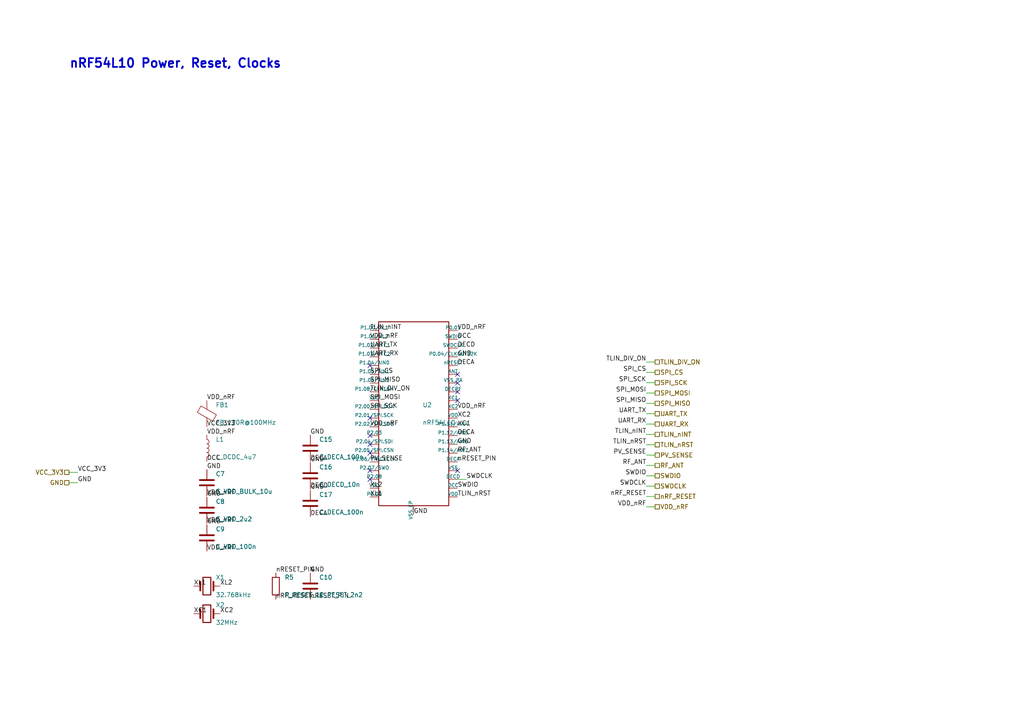
<source format=kicad_sch>
(kicad_sch (version 20250114) (generator "eeschema") (generator_version "9.0")
  (paper "A4")
  (lib_symbols
    (symbol "HVAC:nRF54L10_QFN40" (pin_names (offset 0)) (pin_numbers (hide yes))
      (property "Reference" "U" (at 0 30 0))
      (property "Value" "nRF54L10" (at 0 27 0))
      (symbol "nRF54L10_QFN40_1_1"
        (rectangle (start -10.16 26.67) (end 10.16 -26.67) (stroke (width 0.254)))
        (pin passive line (at -12.7 24.13 0) (length 2.54) (name "P1.00/XL1") (number "1"))
        (pin passive line (at -12.7 21.59 0) (length 2.54) (name "P1.01/XL2") (number "2"))
        (pin passive line (at -12.7 19.049999999999997 0) (length 2.54) (name "P1.02/NFC1") (number "3"))
        (pin passive line (at -12.7 16.509999999999998 0) (length 2.54) (name "P1.03/NFC2") (number "4"))
        (pin passive line (at -12.7 13.969999999999999 0) (length 2.54) (name "P1.04/AIN0") (number "5"))
        (pin passive line (at -12.7 11.43 0) (length 2.54) (name "P1.05/AIN1") (number "6"))
        (pin passive line (at -12.7 8.889999999999999 0) (length 2.54) (name "P1.06/AIN2") (number "7"))
        (pin passive line (at -12.7 6.349999999999998 0) (length 2.54) (name "P1.08/CLK16M") (number "8"))
        (pin passive line (at -12.7 3.8099999999999987 0) (length 2.54) (name "VDD") (number "9"))
        (pin passive line (at -12.7 1.2699999999999996 0) (length 2.54) (name "P2.00/SPI.DCX") (number "10"))
        (pin passive line (at -12.7 -1.2699999999999996 0) (length 2.54) (name "P2.01/SPI.SCK") (number "11"))
        (pin passive line (at -12.7 -3.8100000000000023 0) (length 2.54) (name "P2.02/SPI.SDO") (number "12"))
        (pin passive line (at -12.7 -6.350000000000001 0) (length 2.54) (name "P2.03") (number "13"))
        (pin passive line (at -12.7 -8.890000000000004 0) (length 2.54) (name "P2.04/SPI.SDI") (number "14"))
        (pin passive line (at -12.7 -11.430000000000003 0) (length 2.54) (name "P2.05/SPI.CSN") (number "15"))
        (pin passive line (at -12.7 -13.970000000000002 0) (length 2.54) (name "P2.06/TRACECLK") (number "16"))
        (pin passive line (at -12.7 -16.51 0) (length 2.54) (name "P2.07/SWO") (number "17"))
        (pin passive line (at -12.7 -19.05 0) (length 2.54) (name "P2.08") (number "18"))
        (pin passive line (at -12.7 -21.59 0) (length 2.54) (name "VDD") (number "19"))
        (pin passive line (at -12.7 -24.13 0) (length 2.54) (name "P0.00") (number "20"))
        (pin passive line (at 12.7 24.13 180) (length 2.54) (name "P0.01") (number "21"))
        (pin passive line (at 12.7 21.59 180) (length 2.54) (name "SWDIO") (number "22"))
        (pin passive line (at 12.7 19.049999999999997 180) (length 2.54) (name "SWDCLK") (number "23"))
        (pin passive line (at 12.7 16.509999999999998 180) (length 2.54) (name "P0.04/CLKOUT32K") (number "24"))
        (pin passive line (at 12.7 13.969999999999999 180) (length 2.54) (name "nRESET") (number "25"))
        (pin passive line (at 12.7 11.43 180) (length 2.54) (name "ANT") (number "26"))
        (pin passive line (at 12.7 8.889999999999999 180) (length 2.54) (name "VSS_PA") (number "27"))
        (pin passive line (at 12.7 6.349999999999998 180) (length 2.54) (name "DECRF") (number "28"))
        (pin passive line (at 12.7 3.8099999999999987 180) (length 2.54) (name "XC1") (number "29"))
        (pin passive line (at 12.7 1.2699999999999996 180) (length 2.54) (name "XC2") (number "30"))
        (pin passive line (at 12.7 -1.2699999999999996 180) (length 2.54) (name "VDD") (number "31"))
        (pin passive line (at 12.7 -3.8100000000000023 180) (length 2.54) (name "P1.11/AIN4") (number "32"))
        (pin passive line (at 12.7 -6.350000000000001 180) (length 2.54) (name "P1.12/AIN5") (number "33"))
        (pin passive line (at 12.7 -8.890000000000004 180) (length 2.54) (name "P1.13/AIN6") (number "34"))
        (pin passive line (at 12.7 -11.430000000000003 180) (length 2.54) (name "P1.14/AIN7") (number "35"))
        (pin passive line (at 12.7 -13.970000000000002 180) (length 2.54) (name "DECA") (number "36"))
        (pin passive line (at 12.7 -16.51 180) (length 2.54) (name "VSS") (number "37"))
        (pin passive line (at 12.7 -19.05 180) (length 2.54) (name "DECD") (number "38"))
        (pin passive line (at 12.7 -21.59 180) (length 2.54) (name "DCC") (number "39"))
        (pin passive line (at 12.7 -24.13 180) (length 2.54) (name "VDD") (number "40"))
        (pin passive line (at 0 -29.21 90) (length 2.54) (name "VSS_EP") (number "41"))
      )
    )
    (symbol "Connector_Generic:Conn_01x01" (pin_names (offset 1.016) (hide yes))
      (property "Reference" "J" (at 0 2.54 0))
      (property "Value" "Conn_01x01" (at 0 -2.54 0))
      (symbol "Conn_01x01_1_1"
        (rectangle (start -1.27 1.27) (end 1.27 -1.27) (stroke (width 0.254)) (fill (type background)))
        (rectangle (start -1.27 0.127) (end 0 -0.127) (stroke (width 0.1524)))
        (pin passive line (at -5.08 0 0) (length 3.81) (name "Pin_1") (number "1"))
      )
    )
    (symbol "Connector_Generic:Conn_01x03" (pin_names (offset 1.016) (hide yes))
      (property "Reference" "J" (at 0 5.08 0))
      (property "Value" "Conn_01x03" (at 0 -5.08 0))
      (symbol "Conn_01x03_1_1"
        (rectangle (start -1.27 3.81) (end 1.27 -3.81) (stroke (width 0.254)) (fill (type background)))
        (rectangle (start -1.27 2.667) (end 0 2.413) (stroke (width 0.1524)))
        (rectangle (start -1.27 0.127) (end 0 -0.127) (stroke (width 0.1524)))
        (rectangle (start -1.27 -2.413) (end 0 -2.667) (stroke (width 0.1524)))
        (pin passive line (at -5.08 2.54 0) (length 3.81) (name "Pin_1") (number "1"))
        (pin passive line (at -5.08 0 0) (length 3.81) (name "Pin_2") (number "2"))
        (pin passive line (at -5.08 -2.54 0) (length 3.81) (name "Pin_3") (number "3"))
      )
    )
    (symbol "Connector_Generic:Conn_01x05" (pin_names (offset 1.016) (hide yes))
      (property "Reference" "J" (at 0 7.62 0))
      (property "Value" "Conn_01x05" (at 0 -7.62 0))
      (symbol "Conn_01x05_1_1"
        (rectangle (start -1.27 6.35) (end 1.27 -6.35) (stroke (width 0.254)) (fill (type background)))
        (rectangle (start -1.27 5.207) (end 0 4.953) (stroke (width 0.1524)))
        (rectangle (start -1.27 2.667) (end 0 2.413) (stroke (width 0.1524)))
        (rectangle (start -1.27 0.127) (end 0 -0.127) (stroke (width 0.1524)))
        (rectangle (start -1.27 -2.413) (end 0 -2.667) (stroke (width 0.1524)))
        (rectangle (start -1.27 -4.953) (end 0 -5.207) (stroke (width 0.1524)))
        (pin passive line (at -5.08 5.08 0) (length 3.81) (name "Pin_1") (number "1"))
        (pin passive line (at -5.08 2.54 0) (length 3.81) (name "Pin_2") (number "2"))
        (pin passive line (at -5.08 0 0) (length 3.81) (name "Pin_3") (number "3"))
        (pin passive line (at -5.08 -2.54 0) (length 3.81) (name "Pin_4") (number "4"))
        (pin passive line (at -5.08 -5.08 0) (length 3.81) (name "Pin_5") (number "5"))
      )
    )
    (symbol "Device:Antenna_Chip" (pin_numbers (hide yes)) (pin_names (offset 1.016) (hide yes))
      (property "Reference" "AE" (at 0 5.08 0))
      (property "Value" "Antenna_Chip" (at 0 3.175 0))
      (symbol "Antenna_Chip_0_1"
        (polyline (pts (xy -2.54 0) (xy -2.54 -0.635)) (stroke (width 0.254)))
        (polyline (pts (xy -2.54 0) (xy -1.27 0)) (stroke (width 0.254)))
        (polyline (pts (xy -1.27 1.27) (xy -1.27 -1.27) (xy -1.27 0)) (stroke (width 0.254)))
        (polyline (pts (xy -0.635 1.27) (xy 0.635 1.27) (xy 0.635 -1.27) (xy -0.635 -1.27) (xy -0.635 1.27)) (stroke (width 0.254)))
        (polyline (pts (xy 1.27 1.27) (xy 1.27 -1.27)) (stroke (width 0.254)))
        (polyline (pts (xy 1.27 0) (xy 2.54 0)) (stroke (width 0.254)))
        (polyline (pts (xy 2.54 6.985) (xy 2.54 -1.905)) (stroke (width 0.254)))
        (polyline (pts (xy 2.54 -0.635) (xy 2.54 0)))
        (polyline (pts (xy 3.81 6.985) (xy 2.54 1.905) (xy 1.27 6.985)) (stroke (width 0.254)))
      )
      (symbol "Antenna_Chip_1_1"
        (pin input line (at -2.54 -2.54 90) (length 2.54) (name "FEED") (number "1"))
        (pin passive line (at 2.54 -2.54 90) (length 2.54) (name "PCB_Trace") (number "2"))
      )
    )
    (symbol "Device:C" (pin_numbers (hide yes)) (pin_names (offset 0.254))
      (property "Reference" "C" (at 0.635 2.54 0))
      (property "Value" "C" (at 0.635 -2.54 0))
      (symbol "C_0_1"
        (polyline (pts (xy -2.032 0.762) (xy 2.032 0.762)) (stroke (width 0.508)))
        (polyline (pts (xy -2.032 -0.762) (xy 2.032 -0.762)) (stroke (width 0.508)))
      )
      (symbol "C_1_1"
        (pin passive line (at 0 3.81 270) (length 2.794) (name "~") (number "1"))
        (pin passive line (at 0 -3.81 90) (length 2.794) (name "~") (number "2"))
      )
    )
    (symbol "Device:Crystal" (pin_numbers (hide yes)) (pin_names (offset 1.016) (hide yes))
      (property "Reference" "Y" (at 0 3.81 0))
      (property "Value" "Crystal" (at 0 -3.81 0))
      (symbol "Crystal_0_1"
        (polyline (pts (xy -2.54 0) (xy -1.905 0)))
        (polyline (pts (xy -1.905 -1.27) (xy -1.905 1.27)) (stroke (width 0.508)))
        (rectangle (start -1.143 2.54) (end 1.143 -2.54) (stroke (width 0.3048)))
        (polyline (pts (xy 1.905 -1.27) (xy 1.905 1.27)) (stroke (width 0.508)))
        (polyline (pts (xy 2.54 0) (xy 1.905 0)))
      )
      (symbol "Crystal_1_1"
        (pin passive line (at -3.81 0 0) (length 1.27) (name "1") (number "1"))
        (pin passive line (at 3.81 0 180) (length 1.27) (name "2") (number "2"))
      )
    )
    (symbol "Device:D" (pin_numbers (hide yes)) (pin_names (offset 1.016) (hide yes))
      (property "Reference" "D" (at 0 2.54 0))
      (property "Value" "D" (at 0 -2.54 0))
      (symbol "D_0_1"
        (polyline (pts (xy -1.27 1.27) (xy -1.27 -1.27)) (stroke (width 0.254)))
        (polyline (pts (xy 1.27 1.27) (xy 1.27 -1.27) (xy -1.27 0) (xy 1.27 1.27)) (stroke (width 0.254)))
        (polyline (pts (xy 1.27 0) (xy -1.27 0)))
      )
      (symbol "D_1_1"
        (pin passive line (at -3.81 0 0) (length 2.54) (name "K") (number "1"))
        (pin passive line (at 3.81 0 180) (length 2.54) (name "A") (number "2"))
      )
    )
    (symbol "Device:FerriteBead" (pin_numbers (hide yes)) (pin_names (offset 0))
      (property "Reference" "FB" (at -3.81 0.635 90))
      (property "Value" "FerriteBead" (at 3.81 0 90))
      (symbol "FerriteBead_0_1"
        (polyline (pts (xy -2.7686 0.4064) (xy -1.7018 2.2606) (xy 2.7686 -0.3048) (xy 1.6764 -2.159) (xy -2.7686 0.4064)))
        (polyline (pts (xy 0 1.27) (xy 0 1.2954)))
        (polyline (pts (xy 0 -1.27) (xy 0 -1.2192)))
      )
      (symbol "FerriteBead_1_1"
        (pin passive line (at 0 3.81 270) (length 2.54) (name "~") (number "1"))
        (pin passive line (at 0 -3.81 90) (length 2.54) (name "~") (number "2"))
      )
    )
    (symbol "Device:L" (pin_numbers (hide yes)) (pin_names (offset 1.016) (hide yes))
      (property "Reference" "L" (at -1.27 0 90))
      (property "Value" "L" (at 1.905 0 90))
      (symbol "L_0_1"
        (arc (start 0 2.54) (mid 0.6323 1.905) (end 0 1.27))
        (arc (start 0 1.27) (mid 0.6323 0.635) (end 0 0))
        (arc (start 0 0) (mid 0.6323 -0.635) (end 0 -1.27))
        (arc (start 0 -1.27) (mid 0.6323 -1.905) (end 0 -2.54))
      )
      (symbol "L_1_1"
        (pin passive line (at 0 3.81 270) (length 1.27) (name "1") (number "1"))
        (pin passive line (at 0 -3.81 90) (length 1.27) (name "2") (number "2"))
      )
    )
    (symbol "Device:R" (pin_numbers (hide yes)) (pin_names (offset 0))
      (property "Reference" "R" (at 2.032 0 90))
      (property "Value" "R" (at 0 0 90))
      (symbol "R_0_1"
        (rectangle (start -1.016 -2.54) (end 1.016 2.54) (stroke (width 0.254)))
      )
      (symbol "R_1_1"
        (pin passive line (at 0 3.81 270) (length 1.27) (name "~") (number "1"))
        (pin passive line (at 0 -3.81 90) (length 1.27) (name "~") (number "2"))
      )
    )
  )
  (text "nRF54L10 Power, Reset, Clocks" (at 20 20 0) (effects (font (size 2.54 2.54) (thickness 0.508) (bold yes)) (justify left bottom)))
  (hierarchical_label "VCC_3V3" (shape passive) (at 20 137 180))
  (hierarchical_label "GND" (shape passive) (at 20 140 180))
  (hierarchical_label "TLIN_DIV_ON" (shape passive) (at 190 105 0))
  (hierarchical_label "SPI_CS" (shape passive) (at 190 108 0))
  (hierarchical_label "SPI_SCK" (shape passive) (at 190 111 0))
  (hierarchical_label "SPI_MOSI" (shape passive) (at 190 114 0))
  (hierarchical_label "SPI_MISO" (shape passive) (at 190 117 0))
  (hierarchical_label "UART_TX" (shape passive) (at 190 120 0))
  (hierarchical_label "UART_RX" (shape passive) (at 190 123 0))
  (hierarchical_label "TLIN_nINT" (shape passive) (at 190 126 0))
  (hierarchical_label "TLIN_nRST" (shape passive) (at 190 129 0))
  (hierarchical_label "PV_SENSE" (shape passive) (at 190 132 0))
  (hierarchical_label "RF_ANT" (shape passive) (at 190 135 0))
  (hierarchical_label "SWDIO" (shape passive) (at 190 138 0))
  (hierarchical_label "SWDCLK" (shape passive) (at 190 141 0))
  (hierarchical_label "nRF_RESET" (shape passive) (at 190 144 0))
  (hierarchical_label "VDD_nRF" (shape passive) (at 190 147 0))
  (symbol (lib_id "HVAC:nRF54L10_QFN40") (at 120 120 0) (unit 1)
    (property "Reference" "U2" (at 122.54 117.46 0) (effects (justify left)))
    (property "Value" "nRF54L10" (at 122.54 122.54 0) (effects (justify left)))
  )
  (symbol (lib_id "Device:FerriteBead") (at 60 120 0) (unit 1)
    (property "Reference" "FB1" (at 62.54 117.46 0) (effects (justify left)))
    (property "Value" "FB_120R@100MHz" (at 62.54 122.54 0) (effects (justify left)))
  )
  (symbol (lib_id "Device:L") (at 60 130 0) (unit 1)
    (property "Reference" "L1" (at 62.54 127.46 0) (effects (justify left)))
    (property "Value" "L_DCDC_4u7" (at 62.54 132.54 0) (effects (justify left)))
  )
  (symbol (lib_id "Device:C") (at 60 140 0) (unit 1)
    (property "Reference" "C7" (at 62.54 137.46 0) (effects (justify left)))
    (property "Value" "C_VDD_BULK_10u" (at 62.54 142.54 0) (effects (justify left)))
  )
  (symbol (lib_id "Device:C") (at 60 148 0) (unit 1)
    (property "Reference" "C8" (at 62.54 145.46 0) (effects (justify left)))
    (property "Value" "C_VDD_2u2" (at 62.54 150.54 0) (effects (justify left)))
  )
  (symbol (lib_id "Device:C") (at 60 156 0) (unit 1)
    (property "Reference" "C9" (at 62.54 153.46 0) (effects (justify left)))
    (property "Value" "C_VDD_100n" (at 62.54 158.54 0) (effects (justify left)))
  )
  (symbol (lib_id "Device:R") (at 80 170 0) (unit 1)
    (property "Reference" "R5" (at 82.54 167.46 0) (effects (justify left)))
    (property "Value" "R_RESET_1k" (at 82.54 172.54 0) (effects (justify left)))
  )
  (symbol (lib_id "Device:C") (at 90 170 0) (unit 1)
    (property "Reference" "C10" (at 92.54 167.46 0) (effects (justify left)))
    (property "Value" "C_RESET_2n2" (at 92.54 172.54 0) (effects (justify left)))
  )
  (symbol (lib_id "Device:C") (at 90 130 0) (unit 1)
    (property "Reference" "C15" (at 92.54 127.46 0) (effects (justify left)))
    (property "Value" "C_DECA_100n" (at 92.54 132.54 0) (effects (justify left)))
  )
  (symbol (lib_id "Device:C") (at 90 138 0) (unit 1)
    (property "Reference" "C16" (at 92.54 135.46 0) (effects (justify left)))
    (property "Value" "C_DECD_10n" (at 92.54 140.54 0) (effects (justify left)))
  )
  (symbol (lib_id "Device:C") (at 90 146 0) (unit 1)
    (property "Reference" "C17" (at 92.54 143.46 0) (effects (justify left)))
    (property "Value" "C_DECA_100n" (at 92.54 148.54 0) (effects (justify left)))
  )
  (symbol (lib_id "Device:Crystal") (at 60 170 0) (unit 1)
    (property "Reference" "X1" (at 62.54 167.46 0) (effects (justify left)))
    (property "Value" "32.768kHz" (at 62.54 172.54 0) (effects (justify left)))
  )
  (symbol (lib_id "Device:Crystal") (at 60 178 0) (unit 1)
    (property "Reference" "X2" (at 62.54 175.46 0) (effects (justify left)))
    (property "Value" "32MHz" (at 62.54 180.54 0) (effects (justify left)))
  )
  (label "XL1" (at 107.3 144.13 0))
  (label "XL2" (at 107.3 141.59 0))
  (no_connect (at 107.3 139.05))
  (no_connect (at 107.3 136.51))
  (label "PV_SENSE" (at 107.3 133.97 0))
  (no_connect (at 107.3 131.43))
  (no_connect (at 107.3 128.89))
  (no_connect (at 107.3 126.35))
  (label "VDD_nRF" (at 107.3 123.81 0))
  (no_connect (at 107.3 121.27))
  (label "SPI_SCK" (at 107.3 118.73 0))
  (label "SPI_MOSI" (at 107.3 116.19 0))
  (label "TLIN_DIV_ON" (at 107.3 113.65 0))
  (label "SPI_MISO" (at 107.3 111.11 0))
  (label "SPI_CS" (at 107.3 108.57 0))
  (no_connect (at 107.3 106.03))
  (label "UART_RX" (at 107.3 103.49 0))
  (label "UART_TX" (at 107.3 100.95 0))
  (label "VDD_nRF" (at 107.3 98.41 0))
  (label "TLIN_nINT" (at 107.3 95.87 0))
  (label "TLIN_nRST" (at 132.7 144.13 0))
  (label "SWDIO" (at 132.7 141.59 0))
  (wire (pts (xy 132.7 139.05) (xy 135.24 139.05)))
  (label "SWDCLK" (at 135.24 139.05 0))
  (no_connect (at 132.7 136.51))
  (label "nRESET_PIN" (at 132.7 133.97 0))
  (label "RF_ANT" (at 132.7 131.43 0))
  (label "GND" (at 132.7 128.89 0))
  (label "DECA" (at 132.7 126.35 0))
  (label "XC1" (at 132.7 123.81 0))
  (label "XC2" (at 132.7 121.27 0))
  (label "VDD_nRF" (at 132.7 118.73 0))
  (no_connect (at 132.7 116.19))
  (no_connect (at 132.7 113.65))
  (no_connect (at 132.7 111.11))
  (no_connect (at 132.7 108.57))
  (label "DECA" (at 132.7 106.03 0))
  (label "GND" (at 132.7 103.49 0))
  (label "DECD" (at 132.7 100.95 0))
  (label "DCC" (at 132.7 98.41 0))
  (label "VDD_nRF" (at 132.7 95.87 0))
  (label "VCC_3V3" (at 60 123.81 0))
  (label "VDD_nRF" (at 60 116.19 0))
  (label "DCC" (at 60 133.81 0))
  (label "VDD_nRF" (at 60 126.19 0))
  (label "VDD_nRF" (at 60 143.81 0))
  (label "GND" (at 60 136.19 0))
  (label "VDD_nRF" (at 60 151.81 0))
  (label "GND" (at 60 144.19 0))
  (label "VDD_nRF" (at 60 159.81 0))
  (label "GND" (at 60 152.19 0))
  (label "DECA" (at 90 133.81 0))
  (label "GND" (at 90 126.19 0))
  (label "DECD" (at 90 141.81 0))
  (label "GND" (at 90 134.19 0))
  (label "DECA" (at 90 149.81 0))
  (label "GND" (at 90 142.19 0))
  (label "nRF_RESET" (at 80 173.81 0))
  (label "nRESET_PIN" (at 80 166.19 0))
  (label "nRESET_PIN" (at 90 173.81 0))
  (label "GND" (at 90 166.19 0))
  (label "XL1" (at 56.19 170 0))
  (label "XL2" (at 63.81 170 0))
  (label "XC1" (at 56.19 178 0))
  (label "XC2" (at 63.81 178 0))
  (label "GND" (at 120 149.21 0))
  (wire (pts (xy 20 137) (xy 22.54 137)))
  (label "VCC_3V3" (at 22.54 137 0))
  (wire (pts (xy 20 140) (xy 22.54 140)))
  (label "GND" (at 22.54 140 0))
  (wire (pts (xy 190 105) (xy 187.46 105)))
  (label "TLIN_DIV_ON" (at 187.46 105 0))
  (wire (pts (xy 190 108) (xy 187.46 108)))
  (label "SPI_CS" (at 187.46 108 0))
  (wire (pts (xy 190 111) (xy 187.46 111)))
  (label "SPI_SCK" (at 187.46 111 0))
  (wire (pts (xy 190 114) (xy 187.46 114)))
  (label "SPI_MOSI" (at 187.46 114 0))
  (wire (pts (xy 190 117) (xy 187.46 117)))
  (label "SPI_MISO" (at 187.46 117 0))
  (wire (pts (xy 190 120) (xy 187.46 120)))
  (label "UART_TX" (at 187.46 120 0))
  (wire (pts (xy 190 123) (xy 187.46 123)))
  (label "UART_RX" (at 187.46 123 0))
  (wire (pts (xy 190 126) (xy 187.46 126)))
  (label "TLIN_nINT" (at 187.46 126 0))
  (wire (pts (xy 190 129) (xy 187.46 129)))
  (label "TLIN_nRST" (at 187.46 129 0))
  (wire (pts (xy 190 132) (xy 187.46 132)))
  (label "PV_SENSE" (at 187.46 132 0))
  (wire (pts (xy 190 135) (xy 187.46 135)))
  (label "RF_ANT" (at 187.46 135 0))
  (wire (pts (xy 190 138) (xy 187.46 138)))
  (label "SWDIO" (at 187.46 138 0))
  (wire (pts (xy 190 141) (xy 187.46 141)))
  (label "SWDCLK" (at 187.46 141 0))
  (wire (pts (xy 190 144) (xy 187.46 144)))
  (label "nRF_RESET" (at 187.46 144 0))
  (wire (pts (xy 190 147) (xy 187.46 147)))
  (label "VDD_nRF" (at 187.46 147 0))
  (hierarchical_label "VCC_3V3" (shape passive) (at 20 137 180))
  (hierarchical_label "GND" (shape passive) (at 20 140 180))
  (hierarchical_label "TLIN_DIV_ON" (shape passive) (at 190 105 0))
  (hierarchical_label "SPI_CS" (shape passive) (at 190 108 0))
  (hierarchical_label "SPI_SCK" (shape passive) (at 190 111 0))
  (hierarchical_label "SPI_MOSI" (shape passive) (at 190 114 0))
  (hierarchical_label "SPI_MISO" (shape passive) (at 190 117 0))
  (hierarchical_label "UART_TX" (shape passive) (at 190 120 0))
  (hierarchical_label "UART_RX" (shape passive) (at 190 123 0))
  (hierarchical_label "TLIN_nINT" (shape passive) (at 190 126 0))
  (hierarchical_label "TLIN_nRST" (shape passive) (at 190 129 0))
  (hierarchical_label "PV_SENSE" (shape passive) (at 190 132 0))
  (hierarchical_label "RF_ANT" (shape passive) (at 190 135 0))
  (hierarchical_label "SWDIO" (shape passive) (at 190 138 0))
  (hierarchical_label "SWDCLK" (shape passive) (at 190 141 0))
  (hierarchical_label "nRF_RESET" (shape passive) (at 190 144 0))
  (hierarchical_label "VDD_nRF" (shape passive) (at 190 147 0))
)
</source>
